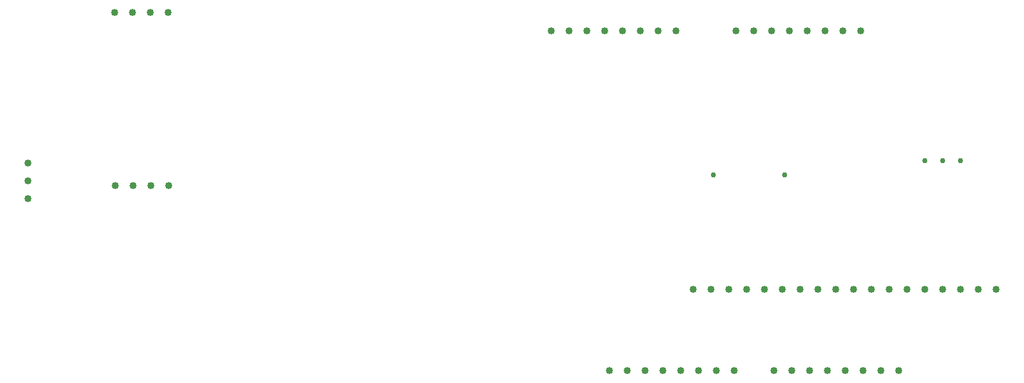
<source format=gbr>
G04 PROTEUS GERBER X2 FILE*
%TF.GenerationSoftware,Labcenter,Proteus,8.12-SP0-Build30713*%
%TF.CreationDate,2025-01-15T12:30:57+00:00*%
%TF.FileFunction,Plated,1,2,PTH*%
%TF.FilePolarity,Positive*%
%TF.Part,Single*%
%TF.SameCoordinates,{9626ba97-e6ad-4adc-9df8-61d07434fadc}*%
%FSLAX45Y45*%
%MOMM*%
G01*
%TA.AperFunction,ComponentDrill*%
%ADD27C,1.016000*%
%TA.AperFunction,ComponentDrill*%
%ADD28C,0.762000*%
%TD.AperFunction*%
D27*
X+9620000Y-4540000D03*
X+9874000Y-4540000D03*
X+10128000Y-4540000D03*
X+10382000Y-4540000D03*
X+10636000Y-4540000D03*
X+10890000Y-4540000D03*
X+11144000Y-4540000D03*
X+11398000Y-4540000D03*
X+11652000Y-4540000D03*
X+11906000Y-4540000D03*
X+12160000Y-4540000D03*
X+12414000Y-4540000D03*
X+12668000Y-4540000D03*
X+12922000Y-4540000D03*
X+13176000Y-4540000D03*
X+13430000Y-4540000D03*
X+13684000Y-4540000D03*
X+13938000Y-4540000D03*
D28*
X+10930000Y-2910000D03*
X+9914000Y-2910000D03*
X+12926000Y-2710000D03*
X+13434000Y-2710000D03*
X+13180000Y-2710000D03*
D27*
X+10210000Y-5700000D03*
X+9956000Y-5700000D03*
X+9702000Y-5700000D03*
X+9448000Y-5700000D03*
X+9194000Y-5700000D03*
X+8940000Y-5700000D03*
X+8686000Y-5700000D03*
X+8432000Y-5700000D03*
X+10770000Y-5700000D03*
X+11024000Y-5700000D03*
X+11278000Y-5700000D03*
X+11532000Y-5700000D03*
X+11786000Y-5700000D03*
X+12040000Y-5700000D03*
X+12294000Y-5700000D03*
X+12548000Y-5700000D03*
X+12010000Y-850000D03*
X+11756000Y-850000D03*
X+11502000Y-850000D03*
X+11248000Y-850000D03*
X+10994000Y-850000D03*
X+10740000Y-850000D03*
X+10486000Y-850000D03*
X+10232000Y-850000D03*
X+9380000Y-850000D03*
X+9126000Y-850000D03*
X+8872000Y-850000D03*
X+8618000Y-850000D03*
X+8364000Y-850000D03*
X+8110000Y-850000D03*
X+7856000Y-850000D03*
X+7602000Y-850000D03*
X+140000Y-2740000D03*
X+140000Y-2994000D03*
X+140000Y-3248000D03*
X+2140000Y-590000D03*
X+1886000Y-590000D03*
X+1632000Y-590000D03*
X+1378000Y-590000D03*
X+1380000Y-3060000D03*
X+1634000Y-3060000D03*
X+1888000Y-3060000D03*
X+2142000Y-3060000D03*
M02*

</source>
